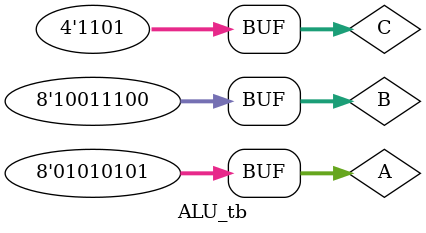
<source format=sv>

module ALU_tb;
  reg [3:0] C;
  reg [7:0] A, B;
  wire [7:0] s;
  wire cout;
  ALU uut (C,A,B,s,cout);

initial begin
  $dumpfile("waf.vcd");
  $dumpvars(1);
A = 8'b00000000;B = 8'b11111110; C=4'b0001;
#10 A = 8'b00110010;B = 8'b00110010; C = 4'b0001;
#10 A = 8'b00110010;B = 8'b01001011; C = 4'b0001;
#10 A = 8'b11001110;B = 8'b10110101; C = 4'b0001;
#10 A = 8'b01100100;B = 8'b10011100; C = 4'b0001;
  
  
#10 A = 8'b00000000;B = 8'b11111110; C=4'b0010;
#10 A = 8'b00110010;B = 8'b00110010; C = 4'b0010;
#10 A = 8'b00110010;B = 8'b01001011; C = 4'b0010;
#10 A = 8'b11001110;B = 8'b10110101; C = 4'b0010;
#10 A = 8'b01100100;B = 8'b10011100; C = 4'b0010;
  
  
#10 A = 8'b00000000;B = 8'b11111110; C=4'b0011;
#10 A = 8'b00110010;B = 8'b00110010; C = 4'b0011;
#10 A = 8'b00110010;B = 8'b01001011; C = 4'b0011;
#10 A = 8'b11001110;B = 8'b10110101; C = 4'b0011;
#10 A = 8'b01100100;B = 8'b10011100; C = 4'b0011;


#10 A = 8'b00000000;B = 8'b11111110; C=4'b0100;
#10 A = 8'b00110010;B = 8'b00110010; C = 4'b0100;
#10 A = 8'b00110010;B = 8'b01001011; C = 4'b0100;
#10 A = 8'b11001110;B = 8'b10110101; C = 4'b0100;
#10 A = 8'b01100100;B = 8'b10011100; C = 4'b0100;

  
#10 A = 8'b00000000;B = 8'b11111110; C=4'b0110;
#10 A = 8'b00110010;B = 8'b00110010; C = 4'b0110;
#10 A = 8'b00110010;B = 8'b01001011; C = 4'b0110;
#10 A = 8'b11001110;B = 8'b10110101; C = 4'b0110;
#10 A = 8'b01100100;B = 8'b10011100; C = 4'b0110;

  
#10 A = 8'b00000000;B = 8'b11111110; C=4'b0111;
#10 A = 8'b00110010;B = 8'b00110010; C = 4'b0111;
#10 A = 8'b00110010;B = 8'b01001011; C = 4'b0111;
#10 A = 8'b11001110;B = 8'b10110101; C = 4'b0111;
#10 A = 8'b01100100;B = 8'b10011100; C = 4'b0111;
  
#10 A = 8'b11001101; C = 4'b1000;
#10 A = 8'b01010101; C = 4'b1000;
#10 A = 8'b11001101; C = 4'b1000;
#10 A = 8'b01010101; C = 4'b1000;

#10 A = 8'b11001101; C = 4'b1001;
#10 A = 8'b01010101; C = 4'b1001;
#10 A = 8'b11001101; C = 4'b1001;
#10 A = 8'b01010101; C = 4'b1001;
  
#10 A = 8'b11001101; C = 4'b1010;
#10 A = 8'b01010101; C = 4'b1010;
#10 A = 8'b11001101; C = 4'b1010;
#10 A = 8'b01010101; C = 4'b1010;
  
#10 A = 8'b11001101; C = 4'b1011;
#10 A = 8'b01010101; C = 4'b1011;
#10 A = 8'b11001101; C = 4'b1011;
#10 A = 8'b01010101; C = 4'b1011;
  
#10 A = 8'b11001101; C = 4'b1100;
#10 A = 8'b01010101; C = 4'b1100;
#10 A = 8'b11001101; C = 4'b1100;
#10 A = 8'b01010101; C = 4'b1100;

  
#10 A = 8'b11001101; C = 4'b1101;
#10 A = 8'b01010101; C = 4'b1101;
#10 A = 8'b11001101; C = 4'b1101;
#10 A = 8'b01010101; C = 4'b1101;
  
end
endmodule
</source>
